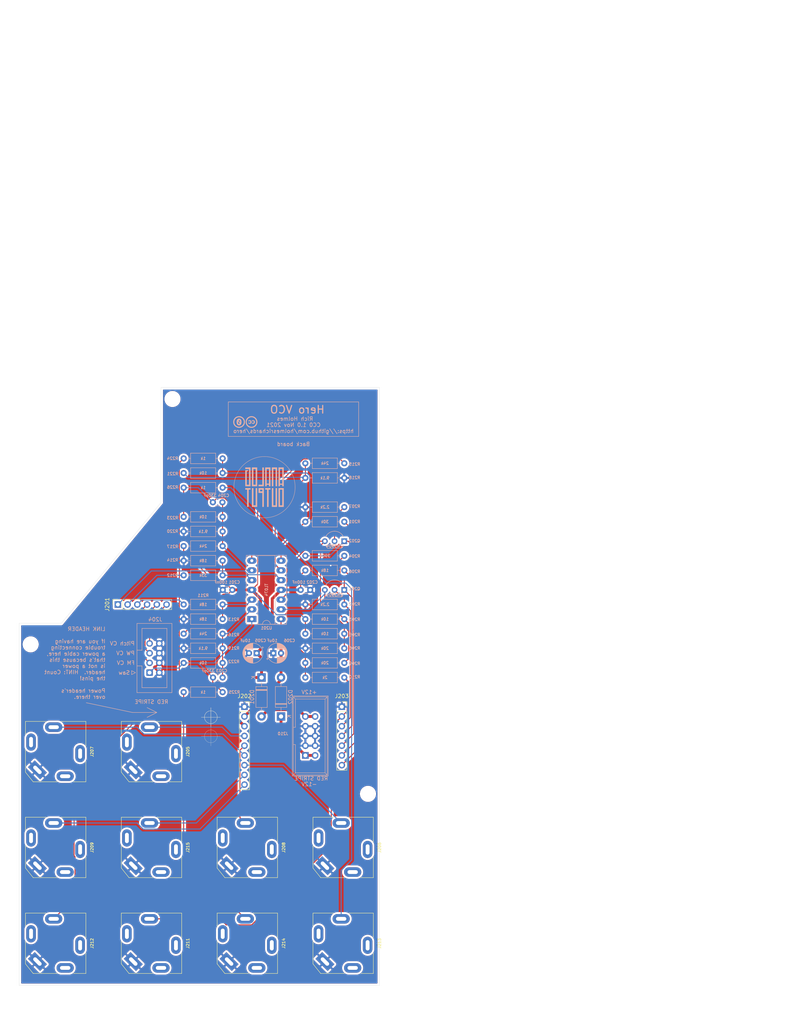
<source format=kicad_pcb>
(kicad_pcb (version 20171130) (host pcbnew 5.1.11-e4df9d881f~92~ubuntu20.04.1)
  (layers (0 F.Cu signal) (31 B.Cu signal) (34 B.Paste user) (35 F.Paste user) (36 B.SilkS user) (37 F.SilkS user) (38 B.Mask user) (39 F.Mask user) (44 Edge.Cuts user))
  (net 0 "")
  (net 1 SIN)
  (net 2 TRI)
  (net 3 PULSE)
  (net 4 SAW)
  (net 5 PWMIN_J)
  (net 6 LIN_FM_IN_J)
  (net 7 SYNC_J)
  (net 8 CV_IN_J)
  (net 9 V_OCT_J)
  (net 10 GND1)
  (net 11 LINK_OUT_SAW)
  (net 12 V_OCT2_J)
  (net 13 PULSE_OUT_S)
  (net 14 SAW_OUT_S)
  (net 15 TRIANGLE_OUT_S)
  (net 16 SIN_S_W_S)
  (net 17 SIN_S_CCW_S)
  (net 18 LINK_OUT_CV_L)
  (net 19 LINK_OUT_PW_L)
  (net 20 LINK_OUT_FM_L)
  (net 21 SIN_S_CW_S)
  (net 22 SIN_R_CCW_S)
  (net 23 SIN_R_W_S)
  (net 24 TRI_RAW)
  (net 25 +12V_1)
  (net 26 -12V_1)
  (net 27 "Net-(C203-Pad2)")
  (net 28 "Net-(C204-Pad2)")
  (net 29 "Net-(C204-Pad1)")
  (net 30 "/Jacks, power, headers/+12V_IN")
  (net 31 "/Jacks, power, headers/-12V_IN")
  (net 32 "Net-(Q201-Pad3)")
  (net 33 "Net-(Q202-Pad3)")
  (net 34 "Net-(Q202-Pad2)")
  (net 35 "Net-(R209-Pad1)")
  (net 36 "Net-(R211-Pad1)")
  (net 37 "Net-(R212-Pad1)")
  (net 38 "Net-(R215-Pad1)")
  (module ao_tht:CC0_logo (layer B.Cu) (at 157 34 180)
    (fp_text reference GRAF203 hide)
    (fp_text value "CC0 logo" hide)
  )
  (module ao_tht:analogoutput (layer B.Cu) (at 162 51 180)
    (fp_text reference GRAF202 hide)
    (fp_text value "AO logo" hide)
  )
  (module ao_tht:R_Axial_DIN0207_L6.3mm_D2.5mm_P10.16mm_Horizontal (layer B.Cu) (at 151.07 51.12 180)
    (fp_text reference R226 (at 13.07 0.12) (layer B.SilkS) (effects (font (size 0.75 0.75)) (justify mirror)))
    (fp_text value 1k)
    (fp_text user %V (at 5.08 0) (layer B.SilkS) (effects (font (size 0.75 0.75)) (justify mirror)))
    (pad 1 thru_hole circle (at 0 0 180) (size 1.6 1.6) (drill 0.8) (layers *.Cu *.Mask) (net 3 PULSE))
    (pad 2 thru_hole oval (at 10.16 0 180) (size 1.6 1.6) (drill 0.8) (layers *.Cu *.Mask) (net 29 "Net-(C204-Pad1)"))
  )
  (module ao_tht:R_Axial_DIN0207_L6.3mm_D2.5mm_P10.16mm_Horizontal (layer B.Cu) (at 140.91 104.46)
    (fp_text reference R225 (at 13.208 0) (layer B.SilkS) (effects (font (size 0.75 0.75)) (justify mirror)))
    (fp_text value 1k)
    (fp_text user %V (at 5.08 0) (layer B.SilkS) (effects (font (size 0.75 0.75)) (justify mirror)))
    (pad 1 thru_hole circle (at 0 0) (size 1.6 1.6) (drill 0.8) (layers *.Cu *.Mask) (net 4 SAW))
    (pad 2 thru_hole oval (at 10.16 0) (size 1.6 1.6) (drill 0.8) (layers *.Cu *.Mask) (net 11 LINK_OUT_SAW))
  )
  (module ao_tht:R_Axial_DIN0207_L6.3mm_D2.5mm_P10.16mm_Horizontal (layer B.Cu) (at 140.91 58.74)
    (fp_text reference R223 (at -2.91 0.26) (layer B.SilkS) (effects (font (size 0.75 0.75)) (justify mirror)))
    (fp_text value 10k)
    (fp_text user %V (at 5.08 0) (layer B.SilkS) (effects (font (size 0.75 0.75)) (justify mirror)))
    (pad 1 thru_hole circle (at 0 0) (size 1.6 1.6) (drill 0.8) (layers *.Cu *.Mask) (net 29 "Net-(C204-Pad1)"))
    (pad 2 thru_hole oval (at 10.16 0) (size 1.6 1.6) (drill 0.8) (layers *.Cu *.Mask) (net 28 "Net-(C204-Pad2)"))
  )
  (module ao_tht:R_Axial_DIN0207_L6.3mm_D2.5mm_P10.16mm_Horizontal (layer B.Cu) (at 140.91 96.84)
    (fp_text reference R222 (at 13.09 -0.34) (layer B.SilkS) (effects (font (size 0.75 0.75)) (justify mirror)))
    (fp_text value 10k)
    (fp_text user %V (at 5.08 0) (layer B.SilkS) (effects (font (size 0.75 0.75)) (justify mirror)))
    (pad 1 thru_hole circle (at 0 0) (size 1.6 1.6) (drill 0.8) (layers *.Cu *.Mask) (net 11 LINK_OUT_SAW))
    (pad 2 thru_hole oval (at 10.16 0) (size 1.6 1.6) (drill 0.8) (layers *.Cu *.Mask) (net 27 "Net-(C203-Pad2)"))
  )
  (module ao_tht:R_Axial_DIN0207_L6.3mm_D2.5mm_P10.16mm_Horizontal (layer B.Cu) (at 151.07 62.55 180)
    (fp_text reference R220 (at 13.07 0.05) (layer B.SilkS) (effects (font (size 0.75 0.75)) (justify mirror)))
    (fp_text value 9.1k)
    (fp_text user %V (at 5.08 0) (layer B.SilkS) (effects (font (size 0.75 0.75)) (justify mirror)))
    (pad 1 thru_hole circle (at 0 0 180) (size 1.6 1.6) (drill 0.8) (layers *.Cu *.Mask) (net 28 "Net-(C204-Pad2)"))
    (pad 2 thru_hole oval (at 10.16 0 180) (size 1.6 1.6) (drill 0.8) (layers *.Cu *.Mask) (net 10 GND1))
  )
  (module ao_tht:R_Axial_DIN0207_L6.3mm_D2.5mm_P10.16mm_Horizontal (layer B.Cu) (at 151.07 93.03 180)
    (fp_text reference R219 (at -2.93 0.03) (layer B.SilkS) (effects (font (size 0.75 0.75)) (justify mirror)))
    (fp_text value 9.1k)
    (fp_text user %V (at 5.08 0) (layer B.SilkS) (effects (font (size 0.75 0.75)) (justify mirror)))
    (pad 1 thru_hole circle (at 0 0 180) (size 1.6 1.6) (drill 0.8) (layers *.Cu *.Mask) (net 27 "Net-(C203-Pad2)"))
    (pad 2 thru_hole oval (at 10.16 0 180) (size 1.6 1.6) (drill 0.8) (layers *.Cu *.Mask) (net 10 GND1))
  )
  (module herovco_panel:3340vco_panel_holes (layer F.Cu) (at 254.036 24.172)
    (fp_text reference GRAF201 hide)
    (fp_text value Holes hide)
  )
  (module ao_tht:DIP-14_W7.62mm_Socket_LongPads (layer B.Cu) (at 158.69 85.41)
    (fp_text reference U201 (at 3.81 2.33) (layer B.SilkS) (effects (font (size 0.75 0.75)) (justify mirror)))
    (fp_text value TL074)
    (fp_text user %V (at 3.81 -7.62 -90) (layer B.SilkS) (effects (font (size 0.75 0.75)) (justify mirror)))
    (pad 14 thru_hole oval (at 7.62 0) (size 2.4 1.6) (drill 0.8) (layers *.Cu *.Mask) (net 35 "Net-(R209-Pad1)"))
    (pad 7 thru_hole oval (at 0 -15.24) (size 2.4 1.6) (drill 0.8) (layers *.Cu *.Mask) (net 29 "Net-(C204-Pad1)"))
    (pad 13 thru_hole oval (at 7.62 -2.54) (size 2.4 1.6) (drill 0.8) (layers *.Cu *.Mask) (net 32 "Net-(Q201-Pad3)"))
    (pad 6 thru_hole oval (at 0 -12.7) (size 2.4 1.6) (drill 0.8) (layers *.Cu *.Mask) (net 28 "Net-(C204-Pad2)"))
    (pad 12 thru_hole oval (at 7.62 -5.08) (size 2.4 1.6) (drill 0.8) (layers *.Cu *.Mask) (net 33 "Net-(Q202-Pad3)"))
    (pad 5 thru_hole oval (at 0 -10.16) (size 2.4 1.6) (drill 0.8) (layers *.Cu *.Mask) (net 37 "Net-(R212-Pad1)"))
    (pad 11 thru_hole oval (at 7.62 -7.62) (size 2.4 1.6) (drill 0.8) (layers *.Cu *.Mask) (net 26 -12V_1))
    (pad 4 thru_hole oval (at 0 -7.62) (size 2.4 1.6) (drill 0.8) (layers *.Cu *.Mask) (net 25 +12V_1))
    (pad 10 thru_hole oval (at 7.62 -10.16) (size 2.4 1.6) (drill 0.8) (layers *.Cu *.Mask) (net 15 TRIANGLE_OUT_S))
    (pad 3 thru_hole oval (at 0 -5.08) (size 2.4 1.6) (drill 0.8) (layers *.Cu *.Mask) (net 36 "Net-(R211-Pad1)"))
    (pad 9 thru_hole oval (at 7.62 -12.7) (size 2.4 1.6) (drill 0.8) (layers *.Cu *.Mask) (net 38 "Net-(R215-Pad1)"))
    (pad 2 thru_hole oval (at 0 -2.54) (size 2.4 1.6) (drill 0.8) (layers *.Cu *.Mask) (net 27 "Net-(C203-Pad2)"))
    (pad 8 thru_hole oval (at 7.62 -15.24) (size 2.4 1.6) (drill 0.8) (layers *.Cu *.Mask) (net 24 TRI_RAW))
    (pad 1 thru_hole rect (at 0 0) (size 2.4 1.6) (drill 0.8) (layers *.Cu *.Mask) (net 11 LINK_OUT_SAW))
  )
  (module ao_tht:R_Axial_DIN0207_L6.3mm_D2.5mm_P10.16mm_Horizontal (layer B.Cu) (at 140.91 43.5)
    (fp_text reference R224 (at -2.91 0) (layer B.SilkS) (effects (font (size 0.75 0.75)) (justify mirror)))
    (fp_text value 1k)
    (fp_text user %V (at 5.08 0) (layer B.SilkS) (effects (font (size 0.75 0.75)) (justify mirror)))
    (pad 1 thru_hole circle (at 0 0) (size 1.6 1.6) (drill 0.8) (layers *.Cu *.Mask) (net 2 TRI))
    (pad 2 thru_hole oval (at 10.16 0) (size 1.6 1.6) (drill 0.8) (layers *.Cu *.Mask) (net 24 TRI_RAW))
  )
  (module ao_tht:R_Axial_DIN0207_L6.3mm_D2.5mm_P10.16mm_Horizontal (layer B.Cu) (at 151.07 47.31 180)
    (fp_text reference R221 (at 13.07 -0.19) (layer B.SilkS) (effects (font (size 0.75 0.75)) (justify mirror)))
    (fp_text value 10k)
    (fp_text user %V (at 5.08 0) (layer B.SilkS) (effects (font (size 0.75 0.75)) (justify mirror)))
    (pad 1 thru_hole circle (at 0 0 180) (size 1.6 1.6) (drill 0.8) (layers *.Cu *.Mask) (net 24 TRI_RAW))
    (pad 2 thru_hole oval (at 10.16 0 180) (size 1.6 1.6) (drill 0.8) (layers *.Cu *.Mask) (net 38 "Net-(R215-Pad1)"))
  )
  (module ao_tht:R_Axial_DIN0207_L6.3mm_D2.5mm_P10.16mm_Horizontal (layer B.Cu) (at 172.66 48.58)
    (fp_text reference R218 (at 12.84 -0.08) (layer B.SilkS) (effects (font (size 0.75 0.75)) (justify mirror)))
    (fp_text value 9.1k)
    (fp_text user %V (at 5.08 0) (layer B.SilkS) (effects (font (size 0.75 0.75)) (justify mirror)))
    (pad 1 thru_hole circle (at 0 0) (size 1.6 1.6) (drill 0.8) (layers *.Cu *.Mask) (net 38 "Net-(R215-Pad1)"))
    (pad 2 thru_hole oval (at 10.16 0) (size 1.6 1.6) (drill 0.8) (layers *.Cu *.Mask) (net 10 GND1))
  )
  (module ao_tht:R_Axial_DIN0207_L6.3mm_D2.5mm_P10.16mm_Horizontal (layer B.Cu) (at 151.07 66.36 180)
    (fp_text reference R217 (at 13.07 -0.14) (layer B.SilkS) (effects (font (size 0.75 0.75)) (justify mirror)))
    (fp_text value 24k)
    (fp_text user %V (at 5.08 0) (layer B.SilkS) (effects (font (size 0.75 0.75)) (justify mirror)))
    (pad 1 thru_hole circle (at 0 0 180) (size 1.6 1.6) (drill 0.8) (layers *.Cu *.Mask) (net 28 "Net-(C204-Pad2)"))
    (pad 2 thru_hole oval (at 10.16 0 180) (size 1.6 1.6) (drill 0.8) (layers *.Cu *.Mask) (net 25 +12V_1))
  )
  (module ao_tht:R_Axial_DIN0207_L6.3mm_D2.5mm_P10.16mm_Horizontal (layer B.Cu) (at 151.07 89.22 180)
    (fp_text reference R216 (at -2.93 -0.28) (layer B.SilkS) (effects (font (size 0.75 0.75)) (justify mirror)))
    (fp_text value 24k)
    (fp_text user %V (at 5.08 0) (layer B.SilkS) (effects (font (size 0.75 0.75)) (justify mirror)))
    (pad 1 thru_hole circle (at 0 0 180) (size 1.6 1.6) (drill 0.8) (layers *.Cu *.Mask) (net 27 "Net-(C203-Pad2)"))
    (pad 2 thru_hole oval (at 10.16 0 180) (size 1.6 1.6) (drill 0.8) (layers *.Cu *.Mask) (net 25 +12V_1))
  )
  (module ao_tht:R_Axial_DIN0207_L6.3mm_D2.5mm_P10.16mm_Horizontal (layer B.Cu) (at 172.66 44.77)
    (fp_text reference R215 (at 12.84 0.23) (layer B.SilkS) (effects (font (size 0.75 0.75)) (justify mirror)))
    (fp_text value 24k)
    (fp_text user %V (at 5.08 0) (layer B.SilkS) (effects (font (size 0.75 0.75)) (justify mirror)))
    (pad 1 thru_hole circle (at 0 0) (size 1.6 1.6) (drill 0.8) (layers *.Cu *.Mask) (net 38 "Net-(R215-Pad1)"))
    (pad 2 thru_hole oval (at 10.16 0) (size 1.6 1.6) (drill 0.8) (layers *.Cu *.Mask) (net 25 +12V_1))
  )
  (module ao_tht:R_Axial_DIN0207_L6.3mm_D2.5mm_P10.16mm_Horizontal (layer B.Cu) (at 151.07 70.17 180)
    (fp_text reference R214 (at 13.07 0.17) (layer B.SilkS) (effects (font (size 0.75 0.75)) (justify mirror)))
    (fp_text value 18k)
    (fp_text user %V (at 5.08 0) (layer B.SilkS) (effects (font (size 0.75 0.75)) (justify mirror)))
    (pad 1 thru_hole circle (at 0 0 180) (size 1.6 1.6) (drill 0.8) (layers *.Cu *.Mask) (net 37 "Net-(R212-Pad1)"))
    (pad 2 thru_hole oval (at 10.16 0 180) (size 1.6 1.6) (drill 0.8) (layers *.Cu *.Mask) (net 10 GND1))
  )
  (module ao_tht:R_Axial_DIN0207_L6.3mm_D2.5mm_P10.16mm_Horizontal (layer B.Cu) (at 151.07 85.41 180)
    (fp_text reference R213 (at -2.93 -0.09) (layer B.SilkS) (effects (font (size 0.75 0.75)) (justify mirror)))
    (fp_text value 18k)
    (fp_text user %V (at 5.08 0) (layer B.SilkS) (effects (font (size 0.75 0.75)) (justify mirror)))
    (pad 1 thru_hole circle (at 0 0 180) (size 1.6 1.6) (drill 0.8) (layers *.Cu *.Mask) (net 36 "Net-(R211-Pad1)"))
    (pad 2 thru_hole oval (at 10.16 0 180) (size 1.6 1.6) (drill 0.8) (layers *.Cu *.Mask) (net 10 GND1))
  )
  (module ao_tht:R_Axial_DIN0207_L6.3mm_D2.5mm_P10.16mm_Horizontal (layer B.Cu) (at 151.07 73.98 180)
    (fp_text reference R212 (at 13.07 -0.02) (layer B.SilkS) (effects (font (size 0.75 0.75)) (justify mirror)))
    (fp_text value 33k)
    (fp_text user %V (at 5.08 0) (layer B.SilkS) (effects (font (size 0.75 0.75)) (justify mirror)))
    (pad 1 thru_hole circle (at 0 0 180) (size 1.6 1.6) (drill 0.8) (layers *.Cu *.Mask) (net 37 "Net-(R212-Pad1)"))
    (pad 2 thru_hole oval (at 10.16 0 180) (size 1.6 1.6) (drill 0.8) (layers *.Cu *.Mask) (net 13 PULSE_OUT_S))
  )
  (module ao_tht:R_Axial_DIN0207_L6.3mm_D2.5mm_P10.16mm_Horizontal (layer B.Cu) (at 151.07 81.6 180)
    (fp_text reference R211 (at 5.08 2.37) (layer B.SilkS) (effects (font (size 0.75 0.75)) (justify mirror)))
    (fp_text value 18k)
    (fp_text user %V (at 5.08 0) (layer B.SilkS) (effects (font (size 0.75 0.75)) (justify mirror)))
    (pad 1 thru_hole circle (at 0 0 180) (size 1.6 1.6) (drill 0.8) (layers *.Cu *.Mask) (net 36 "Net-(R211-Pad1)"))
    (pad 2 thru_hole oval (at 10.16 0 180) (size 1.6 1.6) (drill 0.8) (layers *.Cu *.Mask) (net 14 SAW_OUT_S))
  )
  (module ao_tht:R_Axial_DIN0207_L6.3mm_D2.5mm_P10.16mm_Horizontal (layer B.Cu) (at 182.82 100.65 180)
    (fp_text reference R210 (at -2.68 0.15) (layer B.SilkS) (effects (font (size 0.75 0.75)) (justify mirror)))
    (fp_text value 2k)
    (fp_text user %V (at 5.08 0) (layer B.SilkS) (effects (font (size 0.75 0.75)) (justify mirror)))
    (pad 1 thru_hole circle (at 0 0 180) (size 1.6 1.6) (drill 0.8) (layers *.Cu *.Mask) (net 1 SIN))
    (pad 2 thru_hole oval (at 10.16 0 180) (size 1.6 1.6) (drill 0.8) (layers *.Cu *.Mask) (net 35 "Net-(R209-Pad1)"))
  )
  (module ao_tht:R_Axial_DIN0207_L6.3mm_D2.5mm_P10.16mm_Horizontal (layer B.Cu) (at 172.66 96.84)
    (fp_text reference R209 (at 12.84 0.16) (layer B.SilkS) (effects (font (size 0.75 0.75)) (justify mirror)))
    (fp_text value 20k)
    (fp_text user %V (at 5.08 0) (layer B.SilkS) (effects (font (size 0.75 0.75)) (justify mirror)))
    (pad 1 thru_hole circle (at 0 0) (size 1.6 1.6) (drill 0.8) (layers *.Cu *.Mask) (net 35 "Net-(R209-Pad1)"))
    (pad 2 thru_hole oval (at 10.16 0) (size 1.6 1.6) (drill 0.8) (layers *.Cu *.Mask) (net 32 "Net-(Q201-Pad3)"))
  )
  (module ao_tht:R_Axial_DIN0207_L6.3mm_D2.5mm_P10.16mm_Horizontal (layer B.Cu) (at 182.82 93.03 180)
    (fp_text reference R208 (at -2.68 0.03) (layer B.SilkS) (effects (font (size 0.75 0.75)) (justify mirror)))
    (fp_text value 20k)
    (fp_text user %V (at 5.08 0) (layer B.SilkS) (effects (font (size 0.75 0.75)) (justify mirror)))
    (pad 1 thru_hole circle (at 0 0 180) (size 1.6 1.6) (drill 0.8) (layers *.Cu *.Mask) (net 33 "Net-(Q202-Pad3)"))
    (pad 2 thru_hole oval (at 10.16 0 180) (size 1.6 1.6) (drill 0.8) (layers *.Cu *.Mask) (net 10 GND1))
  )
  (module ao_tht:R_Axial_DIN0207_L6.3mm_D2.5mm_P10.16mm_Horizontal (layer B.Cu) (at 182.82 56.2 180)
    (fp_text reference R207 (at -2.68 0.2) (layer B.SilkS) (effects (font (size 0.75 0.75)) (justify mirror)))
    (fp_text value 2.2k)
    (fp_text user %V (at 5.08 0) (layer B.SilkS) (effects (font (size 0.75 0.75)) (justify mirror)))
    (pad 1 thru_hole circle (at 0 0 180) (size 1.6 1.6) (drill 0.8) (layers *.Cu *.Mask) (net 34 "Net-(Q202-Pad2)"))
    (pad 2 thru_hole oval (at 10.16 0 180) (size 1.6 1.6) (drill 0.8) (layers *.Cu *.Mask) (net 10 GND1))
  )
  (module ao_tht:R_Axial_DIN0207_L6.3mm_D2.5mm_P10.16mm_Horizontal (layer B.Cu) (at 172.66 72.71)
    (fp_text reference R206 (at 12.84 0.29) (layer B.SilkS) (effects (font (size 0.75 0.75)) (justify mirror)))
    (fp_text value 18k)
    (fp_text user %V (at 5.08 0) (layer B.SilkS) (effects (font (size 0.75 0.75)) (justify mirror)))
    (pad 1 thru_hole circle (at 0 0) (size 1.6 1.6) (drill 0.8) (layers *.Cu *.Mask) (net 26 -12V_1))
    (pad 2 thru_hole oval (at 10.16 0) (size 1.6 1.6) (drill 0.8) (layers *.Cu *.Mask) (net 16 SIN_S_W_S))
  )
  (module ao_tht:R_Axial_DIN0207_L6.3mm_D2.5mm_P10.16mm_Horizontal (layer B.Cu) (at 172.66 89.22)
    (fp_text reference R205 (at 12.84 0.28) (layer B.SilkS) (effects (font (size 0.75 0.75)) (justify mirror)))
    (fp_text value 10k)
    (fp_text user %V (at 5.08 0) (layer B.SilkS) (effects (font (size 0.75 0.75)) (justify mirror)))
    (pad 1 thru_hole circle (at 0 0) (size 1.6 1.6) (drill 0.8) (layers *.Cu *.Mask) (net 25 +12V_1))
    (pad 2 thru_hole oval (at 10.16 0) (size 1.6 1.6) (drill 0.8) (layers *.Cu *.Mask) (net 33 "Net-(Q202-Pad3)"))
  )
  (module ao_tht:R_Axial_DIN0207_L6.3mm_D2.5mm_P10.16mm_Horizontal (layer B.Cu) (at 172.66 68.9)
    (fp_text reference R204 (at 12.84 0.1) (layer B.SilkS) (effects (font (size 0.75 0.75)) (justify mirror)))
    (fp_text value 390R)
    (fp_text user %V (at 5.08 0) (layer B.SilkS) (effects (font (size 0.75 0.75)) (justify mirror)))
    (pad 1 thru_hole circle (at 0 0) (size 1.6 1.6) (drill 0.8) (layers *.Cu *.Mask) (net 21 SIN_S_CW_S))
    (pad 2 thru_hole oval (at 10.16 0) (size 1.6 1.6) (drill 0.8) (layers *.Cu *.Mask) (net 17 SIN_S_CCW_S))
  )
  (module ao_tht:R_Axial_DIN0207_L6.3mm_D2.5mm_P10.16mm_Horizontal (layer B.Cu) (at 172.66 85.41)
    (fp_text reference R203 (at 12.84 0.09) (layer B.SilkS) (effects (font (size 0.75 0.75)) (justify mirror)))
    (fp_text value 10k)
    (fp_text user %V (at 5.08 0) (layer B.SilkS) (effects (font (size 0.75 0.75)) (justify mirror)))
    (pad 1 thru_hole circle (at 0 0) (size 1.6 1.6) (drill 0.8) (layers *.Cu *.Mask) (net 25 +12V_1))
    (pad 2 thru_hole oval (at 10.16 0) (size 1.6 1.6) (drill 0.8) (layers *.Cu *.Mask) (net 32 "Net-(Q201-Pad3)"))
  )
  (module ao_tht:R_Axial_DIN0207_L6.3mm_D2.5mm_P10.16mm_Horizontal (layer B.Cu) (at 182.82 81.6 180)
    (fp_text reference R202 (at -2.68 0.1) (layer B.SilkS) (effects (font (size 0.75 0.75)) (justify mirror)))
    (fp_text value 2.2k)
    (fp_text user %V (at 5.08 0) (layer B.SilkS) (effects (font (size 0.75 0.75)) (justify mirror)))
    (pad 1 thru_hole circle (at 0 0 180) (size 1.6 1.6) (drill 0.8) (layers *.Cu *.Mask) (net 22 SIN_R_CCW_S))
    (pad 2 thru_hole oval (at 10.16 0 180) (size 1.6 1.6) (drill 0.8) (layers *.Cu *.Mask) (net 10 GND1))
  )
  (module ao_tht:R_Axial_DIN0207_L6.3mm_D2.5mm_P10.16mm_Horizontal (layer B.Cu) (at 182.82 60.01 180)
    (fp_text reference R201 (at -2.68 0.01) (layer B.SilkS) (effects (font (size 0.75 0.75)) (justify mirror)))
    (fp_text value 30k)
    (fp_text user %V (at 5.08 0) (layer B.SilkS) (effects (font (size 0.75 0.75)) (justify mirror)))
    (pad 1 thru_hole circle (at 0 0 180) (size 1.6 1.6) (drill 0.8) (layers *.Cu *.Mask) (net 23 SIN_R_W_S))
    (pad 2 thru_hole oval (at 10.16 0 180) (size 1.6 1.6) (drill 0.8) (layers *.Cu *.Mask) (net 24 TRI_RAW))
  )
  (module ao_tht:TO-92_Inline_Wide (layer B.Cu) (at 182.82 65.09 180)
    (fp_text reference Q202 (at -2.68 0.09) (layer B.SilkS) (effects (font (size 0.75 0.75)) (justify mirror)))
    (fp_text value 2N3904)
    (fp_text user %V (at 2.54 -1.27) (layer B.SilkS) (effects (font (size 0.75 0.75)) (justify mirror)))
    (pad 1 thru_hole rect (at 0 0 90) (size 1.5 1.5) (drill 0.8) (layers *.Cu *.Mask) (net 21 SIN_S_CW_S))
    (pad 3 thru_hole circle (at 5.08 0 90) (size 1.5 1.5) (drill 0.8) (layers *.Cu *.Mask) (net 33 "Net-(Q202-Pad3)"))
    (pad 2 thru_hole circle (at 2.54 0 90) (size 1.5 1.5) (drill 0.8) (layers *.Cu *.Mask) (net 34 "Net-(Q202-Pad2)"))
  )
  (module ao_tht:TO-92_Inline_Wide (layer B.Cu) (at 182.82 77.79 180)
    (fp_text reference Q201 (at -2.68 0.29) (layer B.SilkS) (effects (font (size 0.75 0.75)) (justify mirror)))
    (fp_text value 2N3904)
    (fp_text user %V (at 2.54 -1.27) (layer B.SilkS) (effects (font (size 0.75 0.75)) (justify mirror)))
    (pad 1 thru_hole rect (at 0 0 90) (size 1.5 1.5) (drill 0.8) (layers *.Cu *.Mask) (net 17 SIN_S_CCW_S))
    (pad 3 thru_hole circle (at 5.08 0 90) (size 1.5 1.5) (drill 0.8) (layers *.Cu *.Mask) (net 32 "Net-(Q201-Pad3)"))
    (pad 2 thru_hole circle (at 2.54 0 90) (size 1.5 1.5) (drill 0.8) (layers *.Cu *.Mask) (net 22 SIN_R_CCW_S))
  )
  (module ao_tht:Jack_6.35mm_PJ_629HAN_slots (layer F.Cu) (at 132.5 145 270)
    (fp_text reference J215 (at 0 -9.5 90) (layer F.SilkS) (effects (font (size 0.75 0.75))))
    (fp_text value AudioJack2)
    (pad RN thru_hole oval (at 6.4 -2.5 270) (size 2.500001 4.500001) (drill oval 1 2.7) (layers *.Cu *.Mask))
    (pad TN thru_hole oval (at -2.5 6.4 270) (size 4.5 2.5) (drill oval 2.7 1) (layers *.Cu *.Mask))
    (pad R thru_hole oval (at 0.5 -6.4 270) (size 4.500001 2.5) (drill oval 2.7 1) (layers *.Cu *.Mask))
    (pad S thru_hole rect (at 4.74 4.74 315) (size 4.500001 2.500001) (drill oval 2.7 1) (layers *.Cu *.Mask) (net 10 GND1))
    (pad T thru_hole oval (at -6.4 0.5 270) (size 2.5 4.5) (drill oval 1 2.7) (layers *.Cu *.Mask) (net 12 V_OCT2_J))
  )
  (module ao_tht:Jack_6.35mm_PJ_629HAN_slots (layer F.Cu) (at 157.5 170 270)
    (fp_text reference J214 (at 0 -9.5 90) (layer F.SilkS) (effects (font (size 0.75 0.75))))
    (fp_text value AudioJack2)
    (pad RN thru_hole oval (at 6.4 -2.5 270) (size 2.500001 4.500001) (drill oval 1 2.7) (layers *.Cu *.Mask))
    (pad TN thru_hole oval (at -2.5 6.4 270) (size 4.5 2.5) (drill oval 2.7 1) (layers *.Cu *.Mask))
    (pad R thru_hole oval (at 0.5 -6.4 270) (size 4.500001 2.5) (drill oval 2.7 1) (layers *.Cu *.Mask))
    (pad S thru_hole rect (at 4.74 4.74 315) (size 4.500001 2.500001) (drill oval 2.7 1) (layers *.Cu *.Mask) (net 10 GND1))
    (pad T thru_hole oval (at -6.4 0.5 270) (size 2.5 4.5) (drill oval 1 2.7) (layers *.Cu *.Mask) (net 4 SAW))
  )
  (module ao_tht:Jack_6.35mm_PJ_629HAN_slots (layer F.Cu) (at 182.5 170 270)
    (fp_text reference J213 (at 0 -9.5 90) (layer F.SilkS) (effects (font (size 0.75 0.75))))
    (fp_text value AudioJack2)
    (pad RN thru_hole oval (at 6.4 -2.5 270) (size 2.500001 4.500001) (drill oval 1 2.7) (layers *.Cu *.Mask))
    (pad TN thru_hole oval (at -2.5 6.4 270) (size 4.5 2.5) (drill oval 2.7 1) (layers *.Cu *.Mask))
    (pad R thru_hole oval (at 0.5 -6.4 270) (size 4.500001 2.5) (drill oval 2.7 1) (layers *.Cu *.Mask))
    (pad S thru_hole rect (at 4.74 4.74 315) (size 4.500001 2.500001) (drill oval 2.7 1) (layers *.Cu *.Mask) (net 10 GND1))
    (pad T thru_hole oval (at -6.4 0.5 270) (size 2.5 4.5) (drill oval 1 2.7) (layers *.Cu *.Mask) (net 3 PULSE))
  )
  (module ao_tht:Jack_6.35mm_PJ_629HAN_slots (layer F.Cu) (at 107.5 170 270)
    (fp_text reference J212 (at 0 -9.5 90) (layer F.SilkS) (effects (font (size 0.75 0.75))))
    (fp_text value AudioJack2)
    (pad RN thru_hole oval (at 6.4 -2.5 270) (size 2.500001 4.500001) (drill oval 1 2.7) (layers *.Cu *.Mask))
    (pad TN thru_hole oval (at -2.5 6.4 270) (size 4.5 2.5) (drill oval 2.7 1) (layers *.Cu *.Mask))
    (pad R thru_hole oval (at 0.5 -6.4 270) (size 4.500001 2.5) (drill oval 2.7 1) (layers *.Cu *.Mask))
    (pad S thru_hole rect (at 4.74 4.74 315) (size 4.500001 2.500001) (drill oval 2.7 1) (layers *.Cu *.Mask) (net 10 GND1))
    (pad T thru_hole oval (at -6.4 0.5 270) (size 2.5 4.5) (drill oval 1 2.7) (layers *.Cu *.Mask) (net 2 TRI))
  )
  (module ao_tht:Jack_6.35mm_PJ_629HAN_slots (layer F.Cu) (at 132.5 170 270)
    (fp_text reference J211 (at 0 -9.5 90) (layer F.SilkS) (effects (font (size 0.75 0.75))))
    (fp_text value AudioJack2)
    (pad RN thru_hole oval (at 6.4 -2.5 270) (size 2.500001 4.500001) (drill oval 1 2.7) (layers *.Cu *.Mask))
    (pad TN thru_hole oval (at -2.5 6.4 270) (size 4.5 2.5) (drill oval 2.7 1) (layers *.Cu *.Mask))
    (pad R thru_hole oval (at 0.5 -6.4 270) (size 4.500001 2.5) (drill oval 2.7 1) (layers *.Cu *.Mask))
    (pad S thru_hole rect (at 4.74 4.74 315) (size 4.500001 2.500001) (drill oval 2.7 1) (layers *.Cu *.Mask) (net 10 GND1))
    (pad T thru_hole oval (at -6.4 0.5 270) (size 2.5 4.5) (drill oval 1 2.7) (layers *.Cu *.Mask) (net 1 SIN))
  )
  (module ao_tht:Power_Header (layer B.Cu) (at 172.66 120.97)
    (fp_text reference J210 (at -5.85 -5.67) (layer B.SilkS) (effects (font (size 0.75 0.75)) (justify mirror)))
    (fp_text value Synth_power_2x5)
    (fp_text user "RED STRIPE" (at 1.5 6) (layer B.SilkS) (effects (justify mirror)))
    (fp_text user -12V (at 1 7.5) (layer B.SilkS) (effects (justify mirror)))
    (fp_text user +12V (at 1 -16.5) (layer B.SilkS) (effects (justify mirror)))
    (pad 10 thru_hole oval (at 2.54 -10.16) (size 1.7272 1.7272) (drill 1.016) (layers *.Cu *.Mask) (net 30 "/Jacks, power, headers/+12V_IN"))
    (pad 9 thru_hole oval (at 0 -10.16) (size 1.7272 1.7272) (drill 1.016) (layers *.Cu *.Mask) (net 30 "/Jacks, power, headers/+12V_IN"))
    (pad 8 thru_hole oval (at 2.54 -7.62) (size 1.7272 1.7272) (drill 1.016) (layers *.Cu *.Mask) (net 10 GND1))
    (pad 7 thru_hole oval (at 0 -7.62) (size 1.7272 1.7272) (drill 1.016) (layers *.Cu *.Mask) (net 10 GND1))
    (pad 6 thru_hole oval (at 2.54 -5.08) (size 1.7272 1.7272) (drill 1.016) (layers *.Cu *.Mask) (net 10 GND1))
    (pad 5 thru_hole oval (at 0 -5.08) (size 1.7272 1.7272) (drill 1.016) (layers *.Cu *.Mask) (net 10 GND1))
    (pad 4 thru_hole oval (at 2.54 -2.54) (size 1.7272 1.7272) (drill 1.016) (layers *.Cu *.Mask) (net 10 GND1))
    (pad 3 thru_hole oval (at 0 -2.54) (size 1.7272 1.7272) (drill 1.016) (layers *.Cu *.Mask) (net 10 GND1))
    (pad 2 thru_hole oval (at 2.54 0) (size 1.7272 1.7272) (drill 1.016) (layers *.Cu *.Mask) (net 31 "/Jacks, power, headers/-12V_IN"))
    (pad 1 thru_hole rect (at 0 0) (size 1.7272 1.7272) (drill 1.016) (layers *.Cu *.Mask) (net 31 "/Jacks, power, headers/-12V_IN"))
  )
  (module ao_tht:Jack_6.35mm_PJ_629HAN_slots (layer F.Cu) (at 107.5 145 270)
    (fp_text reference J209 (at 0 -9.5 90) (layer F.SilkS) (effects (font (size 0.75 0.75))))
    (fp_text value AudioJack2)
    (pad RN thru_hole oval (at 6.4 -2.5 270) (size 2.500001 4.500001) (drill oval 1 2.7) (layers *.Cu *.Mask))
    (pad TN thru_hole oval (at -2.5 6.4 270) (size 4.5 2.5) (drill oval 2.7 1) (layers *.Cu *.Mask))
    (pad R thru_hole oval (at 0.5 -6.4 270) (size 4.500001 2.5) (drill oval 2.7 1) (layers *.Cu *.Mask))
    (pad S thru_hole rect (at 4.74 4.74 315) (size 4.500001 2.500001) (drill oval 2.7 1) (layers *.Cu *.Mask) (net 10 GND1))
    (pad T thru_hole oval (at -6.4 0.5 270) (size 2.5 4.5) (drill oval 1 2.7) (layers *.Cu *.Mask) (net 9 V_OCT_J))
  )
  (module ao_tht:Jack_6.35mm_PJ_629HAN_slots (layer F.Cu) (at 157.5 145 270)
    (fp_text reference J208 (at 0 -9.5 90) (layer F.SilkS) (effects (font (size 0.75 0.75))))
    (fp_text value AudioJack2)
    (pad RN thru_hole oval (at 6.4 -2.5 270) (size 2.500001 4.500001) (drill oval 1 2.7) (layers *.Cu *.Mask))
    (pad TN thru_hole oval (at -2.5 6.4 270) (size 4.5 2.5) (drill oval 2.7 1) (layers *.Cu *.Mask))
    (pad R thru_hole oval (at 0.5 -6.4 270) (size 4.500001 2.5) (drill oval 2.7 1) (layers *.Cu *.Mask))
    (pad S thru_hole rect (at 4.74 4.74 315) (size 4.500001 2.500001) (drill oval 2.7 1) (layers *.Cu *.Mask) (net 10 GND1))
    (pad T thru_hole oval (at -6.4 0.5 270) (size 2.5 4.5) (drill oval 1 2.7) (layers *.Cu *.Mask) (net 8 CV_IN_J))
  )
  (module ao_tht:Jack_6.35mm_PJ_629HAN_slots (layer F.Cu) (at 107.5 120 270)
    (fp_text reference J207 (at 0 -9.5 90) (layer F.SilkS) (effects (font (size 0.75 0.75))))
    (fp_text value AudioJack2)
    (pad RN thru_hole oval (at 6.4 -2.5 270) (size 2.500001 4.500001) (drill oval 1 2.7) (layers *.Cu *.Mask))
    (pad TN thru_hole oval (at -2.5 6.4 270) (size 4.5 2.5) (drill oval 2.7 1) (layers *.Cu *.Mask))
    (pad R thru_hole oval (at 0.5 -6.4 270) (size 4.500001 2.5) (drill oval 2.7 1) (layers *.Cu *.Mask))
    (pad S thru_hole rect (at 4.74 4.74 315) (size 4.500001 2.500001) (drill oval 2.7 1) (layers *.Cu *.Mask) (net 10 GND1))
    (pad T thru_hole oval (at -6.4 0.5 270) (size 2.5 4.5) (drill oval 1 2.7) (layers *.Cu *.Mask) (net 7 SYNC_J))
  )
  (module ao_tht:Jack_6.35mm_PJ_629HAN_slots (layer F.Cu) (at 182.5 145 270)
    (fp_text reference J206 (at 0 -9.5 90) (layer F.SilkS) (effects (font (size 0.75 0.75))))
    (fp_text value AudioJack2)
    (pad RN thru_hole oval (at 6.4 -2.5 270) (size 2.500001 4.500001) (drill oval 1 2.7) (layers *.Cu *.Mask))
    (pad TN thru_hole oval (at -2.5 6.4 270) (size 4.5 2.5) (drill oval 2.7 1) (layers *.Cu *.Mask))
    (pad R thru_hole oval (at 0.5 -6.4 270) (size 4.500001 2.5) (drill oval 2.7 1) (layers *.Cu *.Mask))
    (pad S thru_hole rect (at 4.74 4.74 315) (size 4.500001 2.500001) (drill oval 2.7 1) (layers *.Cu *.Mask) (net 10 GND1))
    (pad T thru_hole oval (at -6.4 0.5 270) (size 2.5 4.5) (drill oval 1 2.7) (layers *.Cu *.Mask) (net 6 LIN_FM_IN_J))
  )
  (module ao_tht:Jack_6.35mm_PJ_629HAN_slots (layer F.Cu) (at 132.5 120 270)
    (fp_text reference J205 (at 0 -9.5 90) (layer F.SilkS) (effects (font (size 0.75 0.75))))
    (fp_text value AudioJack2)
    (pad RN thru_hole oval (at 6.4 -2.5 270) (size 2.500001 4.500001) (drill oval 1 2.7) (layers *.Cu *.Mask))
    (pad TN thru_hole oval (at -2.5 6.4 270) (size 4.5 2.5) (drill oval 2.7 1) (layers *.Cu *.Mask))
    (pad R thru_hole oval (at 0.5 -6.4 270) (size 4.500001 2.5) (drill oval 2.7 1) (layers *.Cu *.Mask))
    (pad S thru_hole rect (at 4.74 4.74 315) (size 4.500001 2.500001) (drill oval 2.7 1) (layers *.Cu *.Mask) (net 10 GND1))
    (pad T thru_hole oval (at -6.4 0.5 270) (size 2.5 4.5) (drill oval 1 2.7) (layers *.Cu *.Mask) (net 5 PWMIN_J))
  )
  (module Connector_IDC:IDC-Header_2x04_P2.54mm_Vertical (layer B.Cu) (at 132.02 99.38)
    (fp_text reference J204 (at 1.48 -13.88) (layer B.SilkS) (effects (justify mirror)))
    (fp_text value Conn_02x04_Odd_Even)
    (pad 8 thru_hole circle (at 2.54 -7.62) (size 1.7 1.7) (drill 1) (layers *.Cu *.Mask) (net 10 GND1))
    (pad 6 thru_hole circle (at 2.54 -5.08) (size 1.7 1.7) (drill 1) (layers *.Cu *.Mask) (net 10 GND1))
    (pad 4 thru_hole circle (at 2.54 -2.54) (size 1.7 1.7) (drill 1) (layers *.Cu *.Mask) (net 10 GND1))
    (pad 2 thru_hole circle (at 2.54 0) (size 1.7 1.7) (drill 1) (layers *.Cu *.Mask) (net 10 GND1))
    (pad 7 thru_hole circle (at 0 -7.62) (size 1.7 1.7) (drill 1) (layers *.Cu *.Mask) (net 18 LINK_OUT_CV_L))
    (pad 5 thru_hole circle (at 0 -5.08) (size 1.7 1.7) (drill 1) (layers *.Cu *.Mask) (net 19 LINK_OUT_PW_L))
    (pad 3 thru_hole circle (at 0 -2.54) (size 1.7 1.7) (drill 1) (layers *.Cu *.Mask) (net 20 LINK_OUT_FM_L))
    (pad 1 thru_hole roundrect (at 0 0) (size 1.7 1.7) (drill 1) (layers *.Cu *.Mask) (roundrect_rratio 0.147059) (net 11 LINK_OUT_SAW))
  )
  (module Connector_PinSocket_2.54mm:PinSocket_1x07_P2.54mm_Vertical (layer F.Cu) (at 182.17 108.27)
    (fp_text reference J203 (at 0 -2.77) (layer F.SilkS))
    (fp_text value Conn_01x07)
    (pad 7 thru_hole oval (at 0 15.24) (size 1.7 1.7) (drill 1) (layers *.Cu *.Mask) (net 23 SIN_R_W_S))
    (pad 6 thru_hole oval (at 0 12.7) (size 1.7 1.7) (drill 1) (layers *.Cu *.Mask) (net 21 SIN_S_CW_S))
    (pad 5 thru_hole oval (at 0 10.16) (size 1.7 1.7) (drill 1) (layers *.Cu *.Mask) (net 16 SIN_S_W_S))
    (pad 4 thru_hole oval (at 0 7.62) (size 1.7 1.7) (drill 1) (layers *.Cu *.Mask) (net 17 SIN_S_CCW_S))
    (pad 3 thru_hole oval (at 0 5.08) (size 1.7 1.7) (drill 1) (layers *.Cu *.Mask) (net 22 SIN_R_CCW_S))
    (pad 2 thru_hole oval (at 0 2.54) (size 1.7 1.7) (drill 1) (layers *.Cu *.Mask) (net 1 SIN))
    (pad 1 thru_hole rect (at 0 0) (size 1.7 1.7) (drill 1) (layers *.Cu *.Mask) (net 10 GND1))
  )
  (module Connector_PinSocket_2.54mm:PinSocket_1x09_P2.54mm_Vertical (layer F.Cu) (at 156.77 108.27)
    (fp_text reference J202 (at 0 -2.77) (layer F.SilkS))
    (fp_text value Conn_01x09)
    (pad 9 thru_hole oval (at 0 20.32) (size 1.7 1.7) (drill 1) (layers *.Cu *.Mask) (net 9 V_OCT_J))
    (pad 8 thru_hole oval (at 0 17.78) (size 1.7 1.7) (drill 1) (layers *.Cu *.Mask) (net 12 V_OCT2_J))
    (pad 7 thru_hole oval (at 0 15.24) (size 1.7 1.7) (drill 1) (layers *.Cu *.Mask) (net 6 LIN_FM_IN_J))
    (pad 6 thru_hole oval (at 0 12.7) (size 1.7 1.7) (drill 1) (layers *.Cu *.Mask) (net 7 SYNC_J))
    (pad 5 thru_hole oval (at 0 10.16) (size 1.7 1.7) (drill 1) (layers *.Cu *.Mask) (net 8 CV_IN_J))
    (pad 4 thru_hole oval (at 0 7.62) (size 1.7 1.7) (drill 1) (layers *.Cu *.Mask) (net 5 PWMIN_J))
    (pad 3 thru_hole oval (at 0 5.08) (size 1.7 1.7) (drill 1) (layers *.Cu *.Mask) (net 25 +12V_1))
    (pad 2 thru_hole oval (at 0 2.54) (size 1.7 1.7) (drill 1) (layers *.Cu *.Mask) (net 26 -12V_1))
    (pad 1 thru_hole rect (at 0 0) (size 1.7 1.7) (drill 1) (layers *.Cu *.Mask) (net 10 GND1))
  )
  (module Connector_PinSocket_2.54mm:PinSocket_1x06_P2.54mm_Vertical (layer F.Cu) (at 123.75 81.6 90)
    (fp_text reference J201 (at 0 -2.77 90) (layer F.SilkS))
    (fp_text value Conn_01x06)
    (pad 6 thru_hole oval (at 0 12.7 90) (size 1.7 1.7) (drill 1) (layers *.Cu *.Mask) (net 18 LINK_OUT_CV_L))
    (pad 5 thru_hole oval (at 0 10.16 90) (size 1.7 1.7) (drill 1) (layers *.Cu *.Mask) (net 19 LINK_OUT_PW_L))
    (pad 4 thru_hole oval (at 0 7.62 90) (size 1.7 1.7) (drill 1) (layers *.Cu *.Mask) (net 20 LINK_OUT_FM_L))
    (pad 3 thru_hole oval (at 0 5.08 90) (size 1.7 1.7) (drill 1) (layers *.Cu *.Mask) (net 14 SAW_OUT_S))
    (pad 2 thru_hole oval (at 0 2.54 90) (size 1.7 1.7) (drill 1) (layers *.Cu *.Mask) (net 13 PULSE_OUT_S))
    (pad 1 thru_hole rect (at 0 0 90) (size 1.7 1.7) (drill 1) (layers *.Cu *.Mask) (net 15 TRIANGLE_OUT_S))
  )
  (module ao_tht:MountingHole_3.2mm_M3 (layer F.Cu) (at 189 131)
    (fp_text reference H203 hide)
    (fp_text value MountingHole)
    (pad 1 np_thru_hole circle (at 0 0) (size 3.2 3.2) (drill 3.2) (layers *.Cu *.Mask))
  )
  (module ao_tht:MountingHole_3.2mm_M3 (layer F.Cu) (at 101 92)
    (fp_text reference H202 hide)
    (fp_text value MountingHole)
    (pad 1 np_thru_hole circle (at 0 0) (size 3.2 3.2) (drill 3.2) (layers *.Cu *.Mask))
  )
  (module ao_tht:MountingHole_3.2mm_M3 (layer F.Cu) (at 138 28)
    (fp_text reference H201 hide)
    (fp_text value MountingHole)
    (pad 1 np_thru_hole circle (at 0 0) (size 3.2 3.2) (drill 3.2) (layers *.Cu *.Mask))
  )
  (module Diode_THT:D_DO-41_SOD81_P10.16mm_Horizontal (layer B.Cu) (at 166.31 110.81 90)
    (fp_text reference D202 (at 5.08 2.47 90) (layer B.SilkS) (effects (justify mirror)))
    (fp_text value 1N5817)
    (fp_text user K (at 0 2.1 90) (layer B.SilkS) (effects (justify mirror)))
    (pad 2 thru_hole oval (at 10.16 0 90) (size 2.2 2.2) (drill 1.1) (layers *.Cu *.Mask) (net 26 -12V_1))
    (pad 1 thru_hole rect (at 0 0 90) (size 2.2 2.2) (drill 1.1) (layers *.Cu *.Mask) (net 31 "/Jacks, power, headers/-12V_IN"))
  )
  (module Diode_THT:D_DO-41_SOD81_P10.16mm_Horizontal (layer B.Cu) (at 161.23 100.65 270)
    (fp_text reference D201 (at 5.08 2.47 90) (layer B.SilkS) (effects (justify mirror)))
    (fp_text value 1N5817)
    (fp_text user K (at 0 2.1 90) (layer B.SilkS) (effects (justify mirror)))
    (pad 2 thru_hole oval (at 10.16 0 270) (size 2.2 2.2) (drill 1.1) (layers *.Cu *.Mask) (net 30 "/Jacks, power, headers/+12V_IN"))
    (pad 1 thru_hole rect (at 0 0 270) (size 2.2 2.2) (drill 1.1) (layers *.Cu *.Mask) (net 25 +12V_1))
  )
  (module ao_tht:CP_Radial_D5.0mm_P2.00mm (layer B.Cu) (at 164.31 94.3)
    (fp_text reference C206 (at 4.19 -3.3) (layer B.SilkS) (effects (font (size 0.75 0.75)) (justify mirror)))
    (fp_text value 10uF)
    (fp_text user %V (at -0.31 -3.3) (layer B.SilkS) (effects (font (size 0.75 0.75)) (justify mirror)))
    (pad 2 thru_hole circle (at 2 0) (size 1.6 1.6) (drill 0.8) (layers *.Cu *.Mask) (net 26 -12V_1))
    (pad 1 thru_hole rect (at 0 0) (size 1.6 1.6) (drill 0.8) (layers *.Cu *.Mask) (net 10 GND1))
  )
  (module ao_tht:CP_Radial_D5.0mm_P2.00mm (layer B.Cu) (at 159.96 94.3 180)
    (fp_text reference C205 (at -1 3.3) (layer B.SilkS) (effects (font (size 0.75 0.75)) (justify mirror)))
    (fp_text value 10uF)
    (fp_text user %V (at 3 3.3) (layer B.SilkS) (effects (font (size 0.75 0.75)) (justify mirror)))
    (pad 2 thru_hole circle (at 2 0 180) (size 1.6 1.6) (drill 0.8) (layers *.Cu *.Mask) (net 10 GND1))
    (pad 1 thru_hole rect (at 0 0 180) (size 1.6 1.6) (drill 0.8) (layers *.Cu *.Mask) (net 25 +12V_1))
  )
  (module ao_tht:C_Disc_D3.0mm_W1.6mm_P2.50mm (layer B.Cu) (at 148.53 54.93)
    (fp_text reference C204 (at 2.794 -1.778) (layer B.SilkS) (effects (font (size 0.75 0.75)) (justify mirror)))
    (fp_text value 330pF)
    (fp_text user %V (at -0.762 -1.778) (layer B.SilkS) (effects (font (size 0.75 0.75)) (justify mirror)))
    (pad 2 thru_hole circle (at 2.5 0) (size 1.6 1.6) (drill 0.8) (layers *.Cu *.Mask) (net 28 "Net-(C204-Pad2)"))
    (pad 1 thru_hole circle (at 0 0) (size 1.6 1.6) (drill 0.8) (layers *.Cu *.Mask) (net 29 "Net-(C204-Pad1)"))
  )
  (module ao_tht:C_Disc_D3.0mm_W1.6mm_P2.50mm (layer B.Cu) (at 148.57 100.65)
    (fp_text reference C203 (at 2.246 -1.778) (layer B.SilkS) (effects (font (size 0.75 0.75)) (justify mirror)))
    (fp_text value 330pF)
    (fp_text user %V (at -1.31 -1.778) (layer B.SilkS) (effects (font (size 0.75 0.75)) (justify mirror)))
    (pad 2 thru_hole circle (at 2.5 0) (size 1.6 1.6) (drill 0.8) (layers *.Cu *.Mask) (net 27 "Net-(C203-Pad2)"))
    (pad 1 thru_hole circle (at 0 0) (size 1.6 1.6) (drill 0.8) (layers *.Cu *.Mask) (net 11 LINK_OUT_SAW))
  )
  (module ao_tht:C_Disc_D3.0mm_W1.6mm_P2.50mm (layer B.Cu) (at 173.93 77.79 180)
    (fp_text reference C202 (at -0.5 2) (layer B.SilkS) (effects (font (size 0.75 0.75)) (justify mirror)))
    (fp_text value 100nF)
    (fp_text user %V (at 3 2) (layer B.SilkS) (effects (font (size 0.75 0.75)) (justify mirror)))
    (pad 2 thru_hole circle (at 2.5 0 180) (size 1.6 1.6) (drill 0.8) (layers *.Cu *.Mask) (net 26 -12V_1))
    (pad 1 thru_hole circle (at 0 0 180) (size 1.6 1.6) (drill 0.8) (layers *.Cu *.Mask) (net 10 GND1))
  )
  (module ao_tht:C_Disc_D3.0mm_W1.6mm_P2.50mm (layer B.Cu) (at 153.61 77.79 180)
    (fp_text reference C201 (at -0.5 2) (layer B.SilkS) (effects (font (size 0.75 0.75)) (justify mirror)))
    (fp_text value 100nF)
    (fp_text user %V (at 3 2) (layer B.SilkS) (effects (font (size 0.75 0.75)) (justify mirror)))
    (pad 2 thru_hole circle (at 2.5 0 180) (size 1.6 1.6) (drill 0.8) (layers *.Cu *.Mask) (net 10 GND1))
    (pad 1 thru_hole circle (at 0 0 180) (size 1.6 1.6) (drill 0.8) (layers *.Cu *.Mask) (net 25 +12V_1))
  )
  (gr_text Saw (at 126.94 99.38) (layer B.SilkS) (effects (font (size 1 1)) (justify left mirror)))
  (gr_text "FM CV" (at 128.21 96.84) (layer B.SilkS) (effects (font (size 1 1)) (justify left mirror)))
  (gr_text "PW CV" (at 128.21 94.3) (layer B.SilkS) (effects (font (size 1 1)) (justify left mirror)))
  (gr_text "Pitch CV" (at 128.21 91.76) (layer B.SilkS) (effects (font (size 1 1)) (justify left mirror)))
  (gr_text "RED STRIPE" (at 132.5 107) (layer B.SilkS) (effects (font (size 1 1)) (justify mirror)))
  (target plus (at 148 111) (size 5) (width 0.05) (layer Edge.Cuts))
  (target plus (at 148 116) (size 5) (width 0.05) (layer Edge.Cuts))
  (target plus (at 148 111) (size 5) (width 0.05) (layer Edge.Cuts))
  (target plus (at 148 111) (size 5) (width 0.05) (layer Edge.Cuts))
  (gr_text "Back board" (at 169.56 39.76) (layer B.SilkS) (effects (font (size 1 1)) (justify mirror)))
  (gr_line (start 186.56 37.76) (end 186.56 28.76) (layer B.SilkS) (width 0.12))
  (gr_line (start 152.56 37.76) (end 186.56 37.76) (layer B.SilkS) (width 0.12))
  (gr_line (start 152.56 28.76) (end 152.56 37.76) (layer B.SilkS) (width 0.12))
  (gr_line (start 186.56 28.76) (end 152.56 28.76) (layer B.SilkS) (width 0.12))
  (gr_text "Rich Holmes \nCC0 1.0 Nov 2021\nhttps://github.com/holmesrichards/hero" (at 169.56 34.76) (layer B.SilkS) (effects (font (size 1 1)) (justify mirror)))
  (gr_text "Hero VCO" (at 170.56 30.76) (layer B.SilkS) (effects (font (size 2 2) (thickness 0.3)) (justify mirror)))
  (gr_line (start 133.91 109.77) (end 131.37 111.04) (layer B.SilkS) (width 0.12))
  (gr_line (start 133.91 109.77) (end 131.37 108.5) (layer B.SilkS) (width 0.12))
  (gr_line (start 127.56 109.77) (end 133.91 109.77) (layer B.SilkS) (width 0.12))
  (gr_line (start 115.51 107.23) (end 127.56 109.77) (layer B.SilkS) (width 0.12))
  (gr_text "LINK HEADER\n\nIf you are having \ntrouble connecting \na power cable here, \nthat's because this\nis not a power \nheader.  HINT: Count \nthe pins!\n\nPower header's \nover there." (at 120.59 96.84) (layer B.SilkS) (effects (font (size 1 1)) (justify left mirror)))
  (gr_line (start 109 86.5) (end 135 55) (layer Edge.Cuts) (width 0.05))
  (gr_line (start 109 86.5) (end 98 86.5) (layer Edge.Cuts) (width 0.05))
  (gr_line (start 135 25) (end 135 55) (layer Edge.Cuts) (width 0.05))
  (gr_line (start 135 25) (end 192 25) (layer Edge.Cuts) (width 0.05))
  (gr_line (start 98 181) (end 98 86.5) (layer Edge.Cuts) (width 0.05))
  (gr_line (start 192 181) (end 98 181) (layer Edge.Cuts) (width 0.05))
  (gr_line (start 192 25) (end 192 181) (layer Edge.Cuts) (width 0.05))
  (segment (start 183.559956 101.389956) (end 182.82 100.65) (width 0.25) (layer F.Cu) (net 1))
  (segment (start 183.559956 109.420044) (end 183.559956 101.389956) (width 0.25) (layer F.Cu) (net 1))
  (segment (start 182.17 110.81) (end 183.559956 109.420044) (width 0.25) (layer F.Cu) (net 1))
  (segment (start 179.42499 113.55501) (end 182.17 110.81) (width 0.25) (layer F.Cu) (net 1))
  (segment (start 179.42499 144.40241) (end 179.42499 113.55501) (width 0.25) (layer F.Cu) (net 1))
  (segment (start 158.65239 165.17501) (end 179.42499 144.40241) (width 0.25) (layer F.Cu) (net 1))
  (segment (start 152.00241 165.17501) (end 158.65239 165.17501) (width 0.25) (layer F.Cu) (net 1))
  (segment (start 150.4274 163.6) (end 152.00241 165.17501) (width 0.25) (layer F.Cu) (net 1))
  (segment (start 132 163.6) (end 150.4274 163.6) (width 0.25) (layer F.Cu) (net 1))
  (segment (start 112.57501 158.02499) (end 107 163.6) (width 0.25) (layer F.Cu) (net 2))
  (segment (start 112.57501 147.40241) (end 112.57501 158.02499) (width 0.25) (layer F.Cu) (net 2))
  (segment (start 112.32499 147.15239) (end 112.57501 147.40241) (width 0.25) (layer F.Cu) (net 2))
  (segment (start 112.32499 128.04761) (end 112.32499 147.15239) (width 0.25) (layer F.Cu) (net 2))
  (segment (start 139.784999 100.587601) (end 112.32499 128.04761) (width 0.25) (layer F.Cu) (net 2))
  (segment (start 139.784999 44.625001) (end 139.784999 100.587601) (width 0.25) (layer F.Cu) (net 2))
  (segment (start 140.91 43.5) (end 139.784999 44.625001) (width 0.25) (layer F.Cu) (net 2))
  (segment (start 182 151) (end 182 163.6) (width 0.25) (layer B.Cu) (net 3))
  (segment (start 184.725 148.275) (end 182 151) (width 0.25) (layer B.Cu) (net 3))
  (segment (start 184.725 77.536) (end 184.725 148.275) (width 0.25) (layer B.Cu) (net 3))
  (segment (start 183.201 76.012) (end 184.725 77.536) (width 0.25) (layer B.Cu) (net 3))
  (segment (start 178.121 76.012) (end 183.201 76.012) (width 0.25) (layer B.Cu) (net 3))
  (segment (start 153.229 51.12) (end 178.121 76.012) (width 0.25) (layer B.Cu) (net 3))
  (segment (start 151.07 51.12) (end 153.229 51.12) (width 0.25) (layer B.Cu) (net 3))
  (segment (start 140.91 147.51) (end 157 163.6) (width 0.25) (layer F.Cu) (net 4))
  (segment (start 140.91 104.46) (end 140.91 147.51) (width 0.25) (layer F.Cu) (net 4))
  (segment (start 153.229 115.89) (end 156.77 115.89) (width 0.25) (layer B.Cu) (net 5))
  (segment (start 150.939 113.6) (end 153.229 115.89) (width 0.25) (layer B.Cu) (net 5))
  (segment (start 132 113.6) (end 150.939 113.6) (width 0.25) (layer B.Cu) (net 5))
  (segment (start 166.91 123.51) (end 182 138.6) (width 0.25) (layer B.Cu) (net 6))
  (segment (start 156.77 123.51) (end 166.91 123.51) (width 0.25) (layer B.Cu) (net 6))
  (segment (start 151.182 115.382) (end 156.77 120.97) (width 0.25) (layer B.Cu) (net 7))
  (segment (start 130.5546 115.382) (end 151.182 115.382) (width 0.25) (layer B.Cu) (net 7))
  (segment (start 128.7726 113.6) (end 130.5546 115.382) (width 0.25) (layer B.Cu) (net 7))
  (segment (start 107 113.6) (end 128.7726 113.6) (width 0.25) (layer B.Cu) (net 7))
  (segment (start 155.594999 137.194999) (end 157 138.6) (width 0.25) (layer F.Cu) (net 8))
  (segment (start 155.594999 119.605001) (end 155.594999 137.194999) (width 0.25) (layer F.Cu) (net 8))
  (segment (start 156.77 118.43) (end 155.594999 119.605001) (width 0.25) (layer F.Cu) (net 8))
  (segment (start 130.34761 140.17501) (end 128.7726 138.6) (width 0.25) (layer B.Cu) (net 9))
  (segment (start 145.18499 140.17501) (end 130.34761 140.17501) (width 0.25) (layer B.Cu) (net 9))
  (segment (start 128.7726 138.6) (end 107 138.6) (width 0.25) (layer B.Cu) (net 9))
  (segment (start 156.77 128.59) (end 145.18499 140.17501) (width 0.25) (layer B.Cu) (net 9))
  (via (at 179.264 71.44) (size 0.8) (drill 0.4) (layers F.Cu B.Cu) (net 10))
  (segment (start 139.545001 98.204999) (end 140.91 96.84) (width 0.25) (layer B.Cu) (net 11))
  (segment (start 133.195001 98.204999) (end 139.545001 98.204999) (width 0.25) (layer B.Cu) (net 11))
  (segment (start 132.02 99.38) (end 133.195001 98.204999) (width 0.25) (layer B.Cu) (net 11))
  (segment (start 144.72 96.84) (end 148.53 100.65) (width 0.25) (layer B.Cu) (net 11))
  (segment (start 140.91 96.84) (end 144.72 96.84) (width 0.25) (layer B.Cu) (net 11))
  (segment (start 148.925002 96.84) (end 144.72 96.84) (width 0.25) (layer B.Cu) (net 11))
  (segment (start 158.69 87.075002) (end 148.925002 96.84) (width 0.25) (layer B.Cu) (net 11))
  (segment (start 158.69 85.41) (end 158.69 87.075002) (width 0.25) (layer B.Cu) (net 11))
  (segment (start 148.5 101.89) (end 151.07 104.46) (width 0.25) (layer F.Cu) (net 11))
  (segment (start 148.5 100.65) (end 148.5 101.89) (width 0.25) (layer F.Cu) (net 11))
  (segment (start 144.22 138.6) (end 132 138.6) (width 0.25) (layer B.Cu) (net 12))
  (segment (start 156.77 126.05) (end 144.22 138.6) (width 0.25) (layer B.Cu) (net 12))
  (segment (start 133.91 73.98) (end 140.91 73.98) (width 0.25) (layer B.Cu) (net 13))
  (segment (start 126.29 81.6) (end 133.91 73.98) (width 0.25) (layer B.Cu) (net 13))
  (segment (start 139.734999 80.424999) (end 140.91 81.6) (width 0.25) (layer B.Cu) (net 14))
  (segment (start 130.005001 80.424999) (end 139.734999 80.424999) (width 0.25) (layer B.Cu) (net 14))
  (segment (start 128.83 81.6) (end 130.005001 80.424999) (width 0.25) (layer B.Cu) (net 14))
  (segment (start 132.495001 72.854999) (end 156.843995 72.854999) (width 0.25) (layer B.Cu) (net 15))
  (segment (start 123.75 81.6) (end 132.495001 72.854999) (width 0.25) (layer B.Cu) (net 15))
  (segment (start 156.843995 72.854999) (end 157.824006 73.83501) (width 0.25) (layer B.Cu) (net 15))
  (segment (start 157.824006 73.83501) (end 164.89501 73.83501) (width 0.25) (layer B.Cu) (net 15))
  (segment (start 164.89501 73.83501) (end 166.31 75.25) (width 0.25) (layer B.Cu) (net 15))
  (segment (start 185.295034 115.304966) (end 185.295034 88.120799) (width 0.25) (layer F.Cu) (net 16))
  (segment (start 185.290989 88.116754) (end 185.290989 75.180989) (width 0.25) (layer F.Cu) (net 16))
  (segment (start 182.17 118.43) (end 185.295034 115.304966) (width 0.25) (layer F.Cu) (net 16))
  (segment (start 185.290989 75.180989) (end 182.82 72.71) (width 0.25) (layer F.Cu) (net 16))
  (segment (start 185.295034 88.120799) (end 185.290989 88.116754) (width 0.25) (layer F.Cu) (net 16))
  (segment (start 182.82 77.79) (end 182.82 74.742) (width 0.25) (layer F.Cu) (net 17))
  (segment (start 181.694999 70.025001) (end 182.82 68.9) (width 0.25) (layer F.Cu) (net 17))
  (segment (start 181.694999 73.616999) (end 181.694999 70.025001) (width 0.25) (layer F.Cu) (net 17))
  (segment (start 182.82 74.742) (end 181.694999 73.616999) (width 0.25) (layer F.Cu) (net 17))
  (segment (start 184.845023 88.307199) (end 184.840978 88.303154) (width 0.25) (layer F.Cu) (net 17))
  (segment (start 182.17 115.89) (end 184.845023 113.214977) (width 0.25) (layer F.Cu) (net 17))
  (segment (start 184.845023 113.214977) (end 184.845023 88.307199) (width 0.25) (layer F.Cu) (net 17))
  (segment (start 184.840978 79.810978) (end 182.82 77.79) (width 0.25) (layer F.Cu) (net 17))
  (segment (start 184.840978 88.303154) (end 184.840978 79.810978) (width 0.25) (layer F.Cu) (net 17))
  (segment (start 132.036 86.014) (end 136.45 81.6) (width 0.25) (layer F.Cu) (net 18))
  (segment (start 132.036 91.744) (end 132.036 86.014) (width 0.25) (layer F.Cu) (net 18))
  (segment (start 132.02 91.76) (end 132.036 91.744) (width 0.25) (layer F.Cu) (net 18))
  (segment (start 130.844999 93.124999) (end 132.02 94.3) (width 0.25) (layer F.Cu) (net 19))
  (segment (start 130.844999 84.665001) (end 130.844999 93.124999) (width 0.25) (layer F.Cu) (net 19))
  (segment (start 133.91 81.6) (end 130.844999 84.665001) (width 0.25) (layer F.Cu) (net 19))
  (segment (start 131.37 81.6) (end 130.394988 82.575012) (width 0.25) (layer F.Cu) (net 20))
  (segment (start 130.394988 82.575012) (end 130.394988 95.214988) (width 0.25) (layer F.Cu) (net 20))
  (segment (start 130.394988 95.214988) (end 132.02 96.84) (width 0.25) (layer F.Cu) (net 20))
  (segment (start 179.01 68.9) (end 182.82 65.09) (width 0.25) (layer B.Cu) (net 21))
  (segment (start 172.66 68.9) (end 179.01 68.9) (width 0.25) (layer B.Cu) (net 21))
  (segment (start 182.82 65.09) (end 183.82 65.09) (width 0.25) (layer F.Cu) (net 21))
  (segment (start 183.82 65.09) (end 185.741 67.011) (width 0.25) (layer F.Cu) (net 21))
  (segment (start 185.745045 87.934399) (end 185.745045 117.394955) (width 0.25) (layer F.Cu) (net 21))
  (segment (start 185.741 67.011) (end 185.741 87.930354) (width 0.25) (layer F.Cu) (net 21))
  (segment (start 185.745045 117.394955) (end 182.17 120.97) (width 0.25) (layer F.Cu) (net 21))
  (segment (start 185.741 87.930354) (end 185.745045 87.934399) (width 0.25) (layer F.Cu) (net 21))
  (segment (start 182.82 80.33) (end 180.28 77.79) (width 0.25) (layer F.Cu) (net 22))
  (segment (start 182.82 81.6) (end 182.82 80.33) (width 0.25) (layer F.Cu) (net 22))
  (segment (start 184.390967 83.170967) (end 182.82 81.6) (width 0.25) (layer F.Cu) (net 22))
  (segment (start 184.390967 88.489554) (end 184.390967 83.170967) (width 0.25) (layer F.Cu) (net 22))
  (segment (start 184.395012 88.493599) (end 184.390967 88.489554) (width 0.25) (layer F.Cu) (net 22))
  (segment (start 184.395012 111.124988) (end 184.395012 88.493599) (width 0.25) (layer F.Cu) (net 22))
  (segment (start 182.17 113.35) (end 184.395012 111.124988) (width 0.25) (layer F.Cu) (net 22))
  (segment (start 186.249 119.431) (end 182.17 123.51) (width 0.25) (layer F.Cu) (net 23))
  (segment (start 186.249 63.439) (end 186.249 119.431) (width 0.25) (layer F.Cu) (net 23))
  (segment (start 182.82 60.01) (end 186.249 63.439) (width 0.25) (layer F.Cu) (net 23))
  (segment (start 151.07 43.5) (end 151.07 47.31) (width 0.25) (layer F.Cu) (net 24))
  (segment (start 166.31 66.36) (end 172.66 60.01) (width 0.25) (layer F.Cu) (net 24))
  (segment (start 166.31 70.17) (end 166.31 66.36) (width 0.25) (layer F.Cu) (net 24))
  (segment (start 173.785001 58.884999) (end 172.66 60.01) (width 0.25) (layer B.Cu) (net 24))
  (segment (start 173.785001 48.039999) (end 173.785001 58.884999) (width 0.25) (layer B.Cu) (net 24))
  (segment (start 173.055002 47.31) (end 173.785001 48.039999) (width 0.25) (layer B.Cu) (net 24))
  (segment (start 151.07 47.31) (end 173.055002 47.31) (width 0.25) (layer B.Cu) (net 24))
  (segment (start 160.976 80.076) (end 160.976 93.284) (width 0.75) (layer F.Cu) (net 25))
  (segment (start 160.976 93.284) (end 159.96 94.3) (width 0.75) (layer F.Cu) (net 25))
  (segment (start 158.69 77.79) (end 160.976 80.076) (width 0.75) (layer F.Cu) (net 25))
  (segment (start 161.23 95.57) (end 159.96 94.3) (width 0.75) (layer F.Cu) (net 25))
  (segment (start 161.23 100.65) (end 161.23 95.57) (width 0.75) (layer F.Cu) (net 25))
  (segment (start 154.992 111.572) (end 156.77 113.35) (width 0.75) (layer F.Cu) (net 25))
  (segment (start 154.992 104.714) (end 154.992 111.572) (width 0.75) (layer F.Cu) (net 25))
  (segment (start 159.056 100.65) (end 154.992 104.714) (width 0.75) (layer F.Cu) (net 25))
  (segment (start 161.23 100.65) (end 159.056 100.65) (width 0.75) (layer F.Cu) (net 25))
  (segment (start 165.18499 84.28499) (end 158.69 77.79) (width 0.25) (layer B.Cu) (net 25))
  (segment (start 171.53499 84.28499) (end 165.18499 84.28499) (width 0.25) (layer B.Cu) (net 25))
  (segment (start 172.66 85.41) (end 171.53499 84.28499) (width 0.25) (layer B.Cu) (net 25))
  (segment (start 172.66 89.22) (end 172.66 85.41) (width 0.25) (layer F.Cu) (net 25))
  (segment (start 172.119999 43.644999) (end 181.694999 43.644999) (width 0.25) (layer F.Cu) (net 25))
  (segment (start 160.21501 55.549988) (end 172.119999 43.644999) (width 0.25) (layer F.Cu) (net 25))
  (segment (start 181.694999 43.644999) (end 182.82 44.77) (width 0.25) (layer F.Cu) (net 25))
  (segment (start 160.21501 76.26499) (end 160.21501 55.549988) (width 0.25) (layer F.Cu) (net 25))
  (segment (start 158.69 77.79) (end 160.21501 76.26499) (width 0.25) (layer F.Cu) (net 25))
  (segment (start 158.69 77.79) (end 153.61 77.79) (width 0.75) (layer F.Cu) (net 25))
  (segment (start 151.959 76.139) (end 153.61 77.79) (width 0.25) (layer F.Cu) (net 25))
  (segment (start 149.419 76.139) (end 151.959 76.139) (width 0.25) (layer F.Cu) (net 25))
  (segment (start 140.91 67.63) (end 149.419 76.139) (width 0.25) (layer F.Cu) (net 25))
  (segment (start 140.91 66.36) (end 140.91 67.63) (width 0.25) (layer F.Cu) (net 25))
  (segment (start 151.214999 78.915001) (end 140.91 89.22) (width 0.25) (layer F.Cu) (net 25))
  (segment (start 152.484999 78.915001) (end 151.214999 78.915001) (width 0.25) (layer F.Cu) (net 25))
  (segment (start 153.61 77.79) (end 152.484999 78.915001) (width 0.25) (layer F.Cu) (net 25))
  (segment (start 166.31 77.79) (end 171.43 77.79) (width 0.75) (layer B.Cu) (net 26))
  (segment (start 166.31 100.65) (end 166.31 94.3) (width 0.75) (layer F.Cu) (net 26))
  (segment (start 164.024 80.076) (end 166.31 77.79) (width 0.75) (layer F.Cu) (net 26))
  (segment (start 164.024 88.712) (end 164.024 80.076) (width 0.75) (layer F.Cu) (net 26))
  (segment (start 166.31 90.998) (end 164.024 88.712) (width 0.75) (layer F.Cu) (net 26))
  (segment (start 166.31 94.3) (end 166.31 90.998) (width 0.75) (layer F.Cu) (net 26))
  (segment (start 166.31 101.27) (end 166.31 100.65) (width 0.75) (layer F.Cu) (net 26))
  (segment (start 156.77 110.81) (end 166.31 101.27) (width 0.75) (layer F.Cu) (net 26))
  (segment (start 171.43 73.94) (end 172.66 72.71) (width 0.25) (layer F.Cu) (net 26))
  (segment (start 171.43 77.79) (end 171.43 73.94) (width 0.25) (layer F.Cu) (net 26))
  (segment (start 152.34 89.22) (end 158.69 82.87) (width 0.25) (layer B.Cu) (net 27))
  (segment (start 151.07 89.22) (end 152.34 89.22) (width 0.25) (layer B.Cu) (net 27))
  (segment (start 151.07 89.22) (end 151.07 93.03) (width 0.25) (layer F.Cu) (net 27))
  (segment (start 151.07 93.03) (end 151.07 96.84) (width 0.25) (layer F.Cu) (net 27))
  (segment (start 151.07 96.84) (end 151.07 100.61) (width 0.25) (layer F.Cu) (net 27))
  (segment (start 157.42 72.71) (end 151.07 66.36) (width 0.25) (layer B.Cu) (net 28))
  (segment (start 158.69 72.71) (end 157.42 72.71) (width 0.25) (layer B.Cu) (net 28))
  (segment (start 151.07 66.36) (end 151.07 62.55) (width 0.25) (layer F.Cu) (net 28))
  (segment (start 151.07 62.55) (end 151.07 58.74) (width 0.25) (layer F.Cu) (net 28))
  (segment (start 151.07 54.97) (end 151.03 54.93) (width 0.25) (layer F.Cu) (net 28))
  (segment (start 151.07 58.74) (end 151.07 54.97) (width 0.25) (layer F.Cu) (net 28))
  (segment (start 144.72 51.12) (end 148.53 54.93) (width 0.25) (layer B.Cu) (net 29))
  (segment (start 140.91 51.12) (end 144.72 51.12) (width 0.25) (layer B.Cu) (net 29))
  (segment (start 158.69 60.924998) (end 158.69 70.17) (width 0.25) (layer F.Cu) (net 29))
  (segment (start 151.570001 53.804999) (end 158.69 60.924998) (width 0.25) (layer F.Cu) (net 29))
  (segment (start 149.655001 53.804999) (end 151.570001 53.804999) (width 0.25) (layer F.Cu) (net 29))
  (segment (start 148.53 54.93) (end 149.655001 53.804999) (width 0.25) (layer F.Cu) (net 29))
  (segment (start 140.91 51.12) (end 140.91 58.74) (width 0.25) (layer F.Cu) (net 29))
  (segment (start 175.2 110.81) (end 172.66 110.81) (width 0.75) (layer F.Cu) (net 30))
  (segment (start 170.882 109.032) (end 172.66 110.81) (width 0.75) (layer F.Cu) (net 30))
  (segment (start 163.008 109.032) (end 170.882 109.032) (width 0.75) (layer F.Cu) (net 30))
  (segment (start 161.23 110.81) (end 163.008 109.032) (width 0.75) (layer F.Cu) (net 30))
  (segment (start 175.2 120.97) (end 172.66 120.97) (width 0.75) (layer F.Cu) (net 31))
  (segment (start 166.31 114.62) (end 172.66 120.97) (width 0.75) (layer F.Cu) (net 31))
  (segment (start 166.31 110.81) (end 166.31 114.62) (width 0.75) (layer F.Cu) (net 31))
  (segment (start 177.74 78.85066) (end 177.74 77.79) (width 0.25) (layer B.Cu) (net 32))
  (segment (start 173.72066 82.87) (end 177.74 78.85066) (width 0.25) (layer B.Cu) (net 32))
  (segment (start 166.31 82.87) (end 173.72066 82.87) (width 0.25) (layer B.Cu) (net 32))
  (segment (start 177.74 80.33) (end 177.74 77.79) (width 0.25) (layer F.Cu) (net 32))
  (segment (start 182.82 85.41) (end 177.74 80.33) (width 0.25) (layer F.Cu) (net 32))
  (segment (start 183.619999 86.209999) (end 182.82 85.41) (width 0.25) (layer F.Cu) (net 32))
  (segment (start 182.82 96.84) (end 183.945001 95.714999) (width 0.25) (layer F.Cu) (net 32))
  (segment (start 183.945001 95.714999) (end 183.945001 88.565591) (width 0.25) (layer F.Cu) (net 32))
  (segment (start 183.945001 88.565591) (end 183.619999 88.240589) (width 0.25) (layer F.Cu) (net 32))
  (segment (start 183.619999 88.240589) (end 183.619999 86.209999) (width 0.25) (layer F.Cu) (net 32))
  (segment (start 182.82 93.03) (end 182.82 89.22) (width 0.25) (layer F.Cu) (net 33))
  (segment (start 174.804998 65.09) (end 177.74 65.09) (width 0.25) (layer F.Cu) (net 33))
  (segment (start 167.83501 72.059988) (end 174.804998 65.09) (width 0.25) (layer F.Cu) (net 33))
  (segment (start 167.83501 78.80499) (end 167.83501 72.059988) (width 0.25) (layer F.Cu) (net 33))
  (segment (start 166.31 80.33) (end 167.83501 78.80499) (width 0.25) (layer F.Cu) (net 33))
  (segment (start 176.597 66.233) (end 177.74 65.09) (width 0.25) (layer F.Cu) (net 33))
  (segment (start 176.597 80.838) (end 176.597 66.233) (width 0.25) (layer F.Cu) (net 33))
  (segment (start 182.82 87.061) (end 176.597 80.838) (width 0.25) (layer F.Cu) (net 33))
  (segment (start 182.82 89.22) (end 182.82 87.061) (width 0.25) (layer F.Cu) (net 33))
  (segment (start 180.28 58.74) (end 182.82 56.2) (width 0.25) (layer F.Cu) (net 34))
  (segment (start 180.28 65.09) (end 180.28 58.74) (width 0.25) (layer F.Cu) (net 34))
  (segment (start 172.66 100.65) (end 172.66 96.84) (width 0.25) (layer F.Cu) (net 35))
  (segment (start 166.31 88.345002) (end 166.31 85.41) (width 0.25) (layer F.Cu) (net 35))
  (segment (start 172.66 94.695002) (end 166.31 88.345002) (width 0.25) (layer F.Cu) (net 35))
  (segment (start 172.66 96.84) (end 172.66 94.695002) (width 0.25) (layer F.Cu) (net 35))
  (segment (start 157.42 81.6) (end 158.69 80.33) (width 0.25) (layer B.Cu) (net 36))
  (segment (start 151.07 81.6) (end 157.42 81.6) (width 0.25) (layer B.Cu) (net 36))
  (segment (start 151.07 81.6) (end 151.07 85.41) (width 0.25) (layer F.Cu) (net 36))
  (segment (start 151.07 70.17) (end 151.07 73.98) (width 0.25) (layer F.Cu) (net 37))
  (segment (start 158.602586 75.25) (end 158.69 75.25) (width 0.25) (layer B.Cu) (net 37))
  (segment (start 157.332586 73.98) (end 158.602586 75.25) (width 0.25) (layer B.Cu) (net 37))
  (segment (start 151.07 73.98) (end 157.332586 73.98) (width 0.25) (layer B.Cu) (net 37))
  (segment (start 142.035001 48.435001) (end 172.515001 48.435001) (width 0.25) (layer B.Cu) (net 38))
  (segment (start 172.515001 48.435001) (end 172.66 48.58) (width 0.25) (layer B.Cu) (net 38))
  (segment (start 140.91 47.31) (end 142.035001 48.435001) (width 0.25) (layer B.Cu) (net 38))
  (segment (start 172.66 44.77) (end 172.66 48.58) (width 0.25) (layer F.Cu) (net 38))
  (segment (start 164.78499 56.45501) (end 172.66 48.58) (width 0.25) (layer F.Cu) (net 38))
  (segment (start 164.78499 71.18499) (end 164.78499 56.45501) (width 0.25) (layer F.Cu) (net 38))
  (segment (start 166.31 72.71) (end 164.78499 71.18499) (width 0.25) (layer F.Cu) (net 38))
  (zone (net 10) (net_name GND1) (layer F.Cu) (connect_pads (clearance 0.508)) (min_thickness 0.254) (fill yes (arc_segments 32) (thermal_gap 0.508) (thermal_bridge_width 0.508))
    (polygon (pts (xy 198 21) (xy 93 21) (xy 93 191) (xy 198 191)))
  )
  (zone (net 10) (net_name GND1) (layer B.Cu) (connect_pads (clearance 0.508)) (min_thickness 0.254) (fill yes (arc_segments 32) (thermal_gap 0.508) (thermal_bridge_width 0.508))
    (polygon (pts (xy 198 21) (xy 93 21) (xy 93 191) (xy 198 191)))
  )
)
</source>
